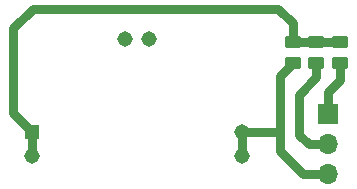
<source format=gtl>
G04 #@! TF.GenerationSoftware,KiCad,Pcbnew,7.0.2*
G04 #@! TF.CreationDate,2023-08-11T04:56:28+05:00*
G04 #@! TF.ProjectId,CO Sesnor Breakout,434f2053-6573-46e6-9f72-20427265616b,rev?*
G04 #@! TF.SameCoordinates,Original*
G04 #@! TF.FileFunction,Copper,L1,Top*
G04 #@! TF.FilePolarity,Positive*
%FSLAX46Y46*%
G04 Gerber Fmt 4.6, Leading zero omitted, Abs format (unit mm)*
G04 Created by KiCad (PCBNEW 7.0.2) date 2023-08-11 04:56:28*
%MOMM*%
%LPD*%
G01*
G04 APERTURE LIST*
G04 Aperture macros list*
%AMRoundRect*
0 Rectangle with rounded corners*
0 $1 Rounding radius*
0 $2 $3 $4 $5 $6 $7 $8 $9 X,Y pos of 4 corners*
0 Add a 4 corners polygon primitive as box body*
4,1,4,$2,$3,$4,$5,$6,$7,$8,$9,$2,$3,0*
0 Add four circle primitives for the rounded corners*
1,1,$1+$1,$2,$3*
1,1,$1+$1,$4,$5*
1,1,$1+$1,$6,$7*
1,1,$1+$1,$8,$9*
0 Add four rect primitives between the rounded corners*
20,1,$1+$1,$2,$3,$4,$5,0*
20,1,$1+$1,$4,$5,$6,$7,0*
20,1,$1+$1,$6,$7,$8,$9,0*
20,1,$1+$1,$8,$9,$2,$3,0*%
G04 Aperture macros list end*
G04 #@! TA.AperFunction,SMDPad,CuDef*
%ADD10RoundRect,0.249999X-0.450001X0.262501X-0.450001X-0.262501X0.450001X-0.262501X0.450001X0.262501X0*%
G04 #@! TD*
G04 #@! TA.AperFunction,SMDPad,CuDef*
%ADD11RoundRect,0.249999X0.450001X-0.262501X0.450001X0.262501X-0.450001X0.262501X-0.450001X-0.262501X0*%
G04 #@! TD*
G04 #@! TA.AperFunction,ComponentPad*
%ADD12R,1.700000X1.700000*%
G04 #@! TD*
G04 #@! TA.AperFunction,ComponentPad*
%ADD13O,1.700000X1.700000*%
G04 #@! TD*
G04 #@! TA.AperFunction,ComponentPad*
%ADD14R,1.308000X1.308000*%
G04 #@! TD*
G04 #@! TA.AperFunction,ComponentPad*
%ADD15C,1.308000*%
G04 #@! TD*
G04 #@! TA.AperFunction,Conductor*
%ADD16C,0.750000*%
G04 #@! TD*
G04 APERTURE END LIST*
D10*
G04 #@! TO.P,R2,2*
G04 #@! TO.N,GND*
X228150000Y-105940000D03*
G04 #@! TO.P,R2,1*
G04 #@! TO.N,Net-(R1-Pad2)*
X228150000Y-104115000D03*
G04 #@! TD*
G04 #@! TO.P,R3,1*
G04 #@! TO.N,Net-(R1-Pad2)*
X230150000Y-104105000D03*
G04 #@! TO.P,R3,2*
G04 #@! TO.N,3.3V*
X230150000Y-105930000D03*
G04 #@! TD*
D11*
G04 #@! TO.P,R1,2*
G04 #@! TO.N,Net-(R1-Pad2)*
X226130000Y-104125000D03*
G04 #@! TO.P,R1,1*
G04 #@! TO.N,RC*
X226130000Y-105950000D03*
G04 #@! TD*
D12*
G04 #@! TO.P,J17,1,Pin_1*
G04 #@! TO.N,3.3V*
X229130000Y-110265000D03*
D13*
G04 #@! TO.P,J17,2,Pin_2*
G04 #@! TO.N,GND*
X229130000Y-112805000D03*
G04 #@! TO.P,J17,3,Pin_3*
G04 #@! TO.N,RC*
X229130000Y-115345000D03*
G04 #@! TD*
D14*
G04 #@! TO.P,U4,1,WORKING*
G04 #@! TO.N,Net-(R1-Pad2)*
X204090000Y-111790000D03*
D15*
G04 #@! TO.P,U4,2,NC_2*
G04 #@! TO.N,unconnected-(U4-NC_2-Pad2)*
X211980000Y-103900000D03*
G04 #@! TO.P,U4,3,NC_3*
G04 #@! TO.N,unconnected-(U4-NC_3-Pad3)*
X213980000Y-103900000D03*
G04 #@! TO.P,U4,4,REFERENCE*
G04 #@! TO.N,RC*
X221870000Y-111790000D03*
G04 #@! TO.P,U4,5,COUNTER*
X221870000Y-113790000D03*
G04 #@! TO.P,U4,6,WORKING*
G04 #@! TO.N,Net-(R1-Pad2)*
X204090000Y-113790000D03*
G04 #@! TD*
D16*
G04 #@! TO.N,Net-(R1-Pad2)*
X224870000Y-101300000D02*
X226130000Y-102560000D01*
X204110000Y-101300000D02*
X224870000Y-101300000D01*
X226130000Y-102560000D02*
X226130000Y-104125000D01*
X202450000Y-102960000D02*
X204110000Y-101300000D01*
X204090000Y-111790000D02*
X202450000Y-110150000D01*
X202450000Y-110150000D02*
X202450000Y-102960000D01*
G04 #@! TO.N,RC*
X225050000Y-107030000D02*
X225050000Y-111840000D01*
X226130000Y-105950000D02*
X225050000Y-107030000D01*
G04 #@! TO.N,GND*
X226660000Y-111990000D02*
X227475000Y-112805000D01*
X226660000Y-108590000D02*
X226660000Y-111990000D01*
X227475000Y-112805000D02*
X229130000Y-112805000D01*
X228150000Y-107100000D02*
X226660000Y-108590000D01*
X228150000Y-105940000D02*
X228150000Y-107100000D01*
G04 #@! TO.N,RC*
X225000000Y-111790000D02*
X225050000Y-111840000D01*
X221870000Y-111790000D02*
X225000000Y-111790000D01*
X225050000Y-111840000D02*
X225050000Y-113360000D01*
X221870000Y-111790000D02*
X221870000Y-113790000D01*
X227035000Y-115345000D02*
X229130000Y-115345000D01*
X225050000Y-113360000D02*
X227035000Y-115345000D01*
G04 #@! TO.N,3.3V*
X229130000Y-108380000D02*
X229130000Y-110265000D01*
X230150000Y-107360000D02*
X229130000Y-108380000D01*
X230150000Y-105930000D02*
X230150000Y-107360000D01*
G04 #@! TO.N,Net-(R1-Pad2)*
X230130000Y-104125000D02*
X230150000Y-104105000D01*
X226130000Y-104125000D02*
X230130000Y-104125000D01*
X204090000Y-113790000D02*
X204090000Y-111790000D01*
G04 #@! TD*
M02*

</source>
